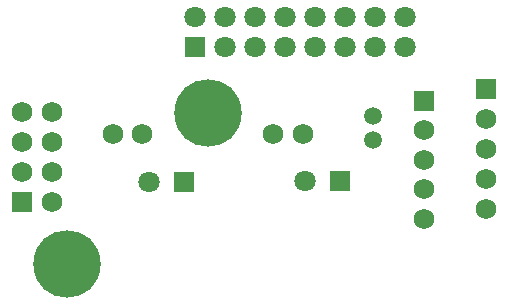
<source format=gbs>
G04 Layer: BottomSolderMaskLayer*
G04 EasyEDA Pro v1.9.30.011b94, 2023-06-19 18:55:00*
G04 Gerber Generator version 0.3*
G04 Scale: 100 percent, Rotated: No, Reflected: No*
G04 Dimensions in millimeters*
G04 Leading zeros omitted, absolute positions, 3 integers and 3 decimals*
%FSLAX33Y33*%
%MOMM*%
%ADD10C,5.703189*%
%ADD11C,1.751599*%
%ADD12C,1.5016*%
%ADD13R,1.751599X1.751599*%
%ADD14R,1.751599X1.751599*%
%ADD15C,1.801599*%
%ADD16R,1.801599X1.801599*%
%ADD17R,1.801599X1.801599*%
G75*


G04 Pad Start*
G54D10*
G01X87813Y52896D03*
G01X99797Y65667D03*
G54D11*
G01X91713Y63881D03*
G01X94215Y63881D03*
G01X105302Y63881D03*
G01X107804Y63881D03*
G54D12*
G01X113792Y63389D03*
G01X113792Y65389D03*
G54D11*
G01X118110Y61722D03*
G01X118110Y64222D03*
G54D13*
G01X118110Y66722D03*
G54D11*
G01X118110Y59222D03*
G01X118110Y56722D03*
G54D13*
G01X123317Y67691D03*
G54D11*
G01X123317Y65151D03*
G01X123317Y62611D03*
G01X123317Y60071D03*
G01X123317Y57531D03*
G54D14*
G01X84074Y58166D03*
G54D11*
G01X84074Y60706D03*
G01X84074Y63246D03*
G01X84074Y65786D03*
G01X86614Y58166D03*
G01X86614Y60706D03*
G01X86614Y63246D03*
G01X86614Y65786D03*
G54D15*
G01X116459Y73787D03*
G01X116459Y71247D03*
G01X113919Y73787D03*
G01X113919Y71247D03*
G01X111379Y73787D03*
G01X111379Y71247D03*
G01X108839Y73787D03*
G01X108839Y71247D03*
G01X106299Y73787D03*
G01X106299Y71247D03*
G01X103759Y73787D03*
G01X103759Y71247D03*
G01X101219Y73787D03*
G01X101219Y71247D03*
G01X98679Y73787D03*
G54D16*
G01X98679Y71247D03*
G54D15*
G01X94766Y59817D03*
G54D17*
G01X97766Y59817D03*
G54D15*
G01X107974Y59944D03*
G54D17*
G01X110974Y59944D03*
G04 Pad End*

M02*

</source>
